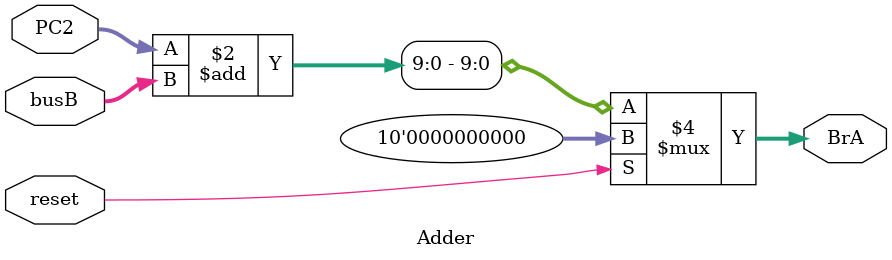
<source format=v>
`timescale 1ns / 1ps


module Adder(
    input reset,
    input [9:0] PC2,
    input [31:0] busB,
    output reg [9:0] BrA
    );
    
    always @ (*) begin
        if (reset) begin
            BrA <= 0;
        end
        else begin
            BrA <= PC2 + busB;
        end
    end
endmodule

</source>
